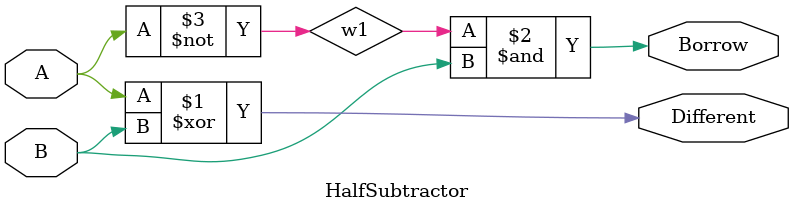
<source format=v>
module HalfSubtractor(A, B, Different, Borrow);
	input A, B;
	output Different, Borrow;
	
	wire w1;
	
	not(w1, A);
	xor(Different, A, B);
	and(Borrow, w1, B);
endmodule
</source>
